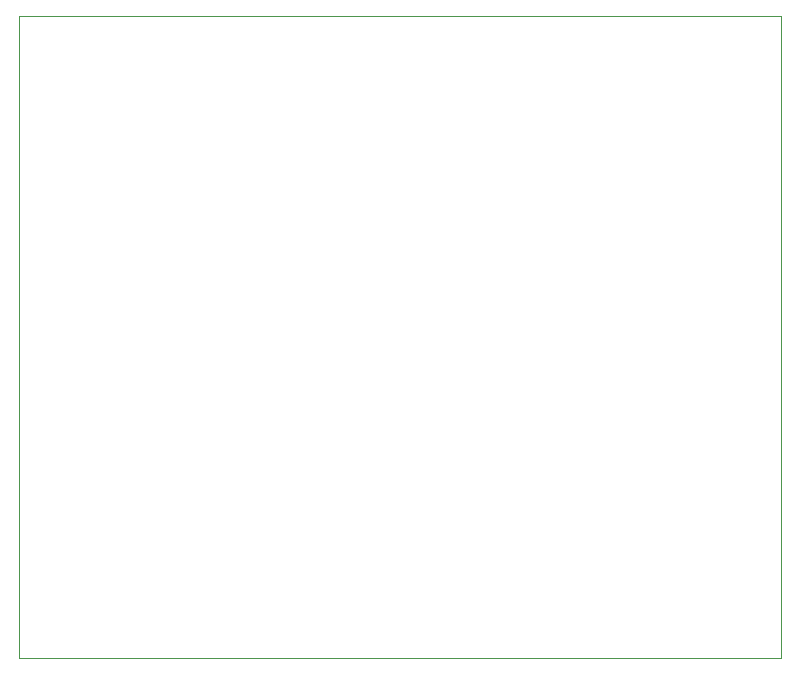
<source format=gbr>
%TF.GenerationSoftware,KiCad,Pcbnew,8.99.0-1891-ge2bd76bdce*%
%TF.CreationDate,2024-09-02T10:31:20+03:00*%
%TF.ProjectId,diagnostic_tester,64696167-6e6f-4737-9469-635f74657374,rev?*%
%TF.SameCoordinates,Original*%
%TF.FileFunction,Profile,NP*%
%FSLAX46Y46*%
G04 Gerber Fmt 4.6, Leading zero omitted, Abs format (unit mm)*
G04 Created by KiCad (PCBNEW 8.99.0-1891-ge2bd76bdce) date 2024-09-02 10:31:20*
%MOMM*%
%LPD*%
G01*
G04 APERTURE LIST*
%TA.AperFunction,Profile*%
%ADD10C,0.050000*%
%TD*%
G04 APERTURE END LIST*
D10*
X43515000Y-36400000D02*
X107990000Y-36400000D01*
X107990000Y-90700000D01*
X43515000Y-90700000D01*
X43515000Y-36400000D01*
M02*

</source>
